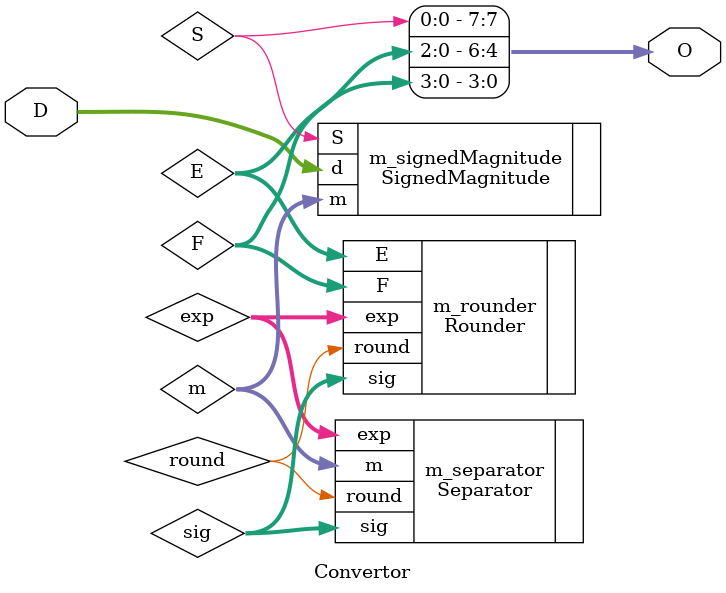
<source format=v>
module Convertor(D, O);

input [11:0] D;
output reg [7:0] O;

wire S;
wire [10:0] m;
wire [2:0] exp;
wire [3:0] sig;
wire round;
wire [2:0] E;
wire [3:0] F;

SignedMagnitude m_signedMagnitude(.d(D), .S(S), .m(m));
Separator m_separator(.m(m), .exp(exp), .sig(sig), .round(round));
Rounder m_rounder(.exp(exp), .sig(sig), .round(round), .E(E), .F(F));

always @ *
begin
O[7] = S;
O[6:4] = E;
O[3:0] = F;
end

endmodule
</source>
